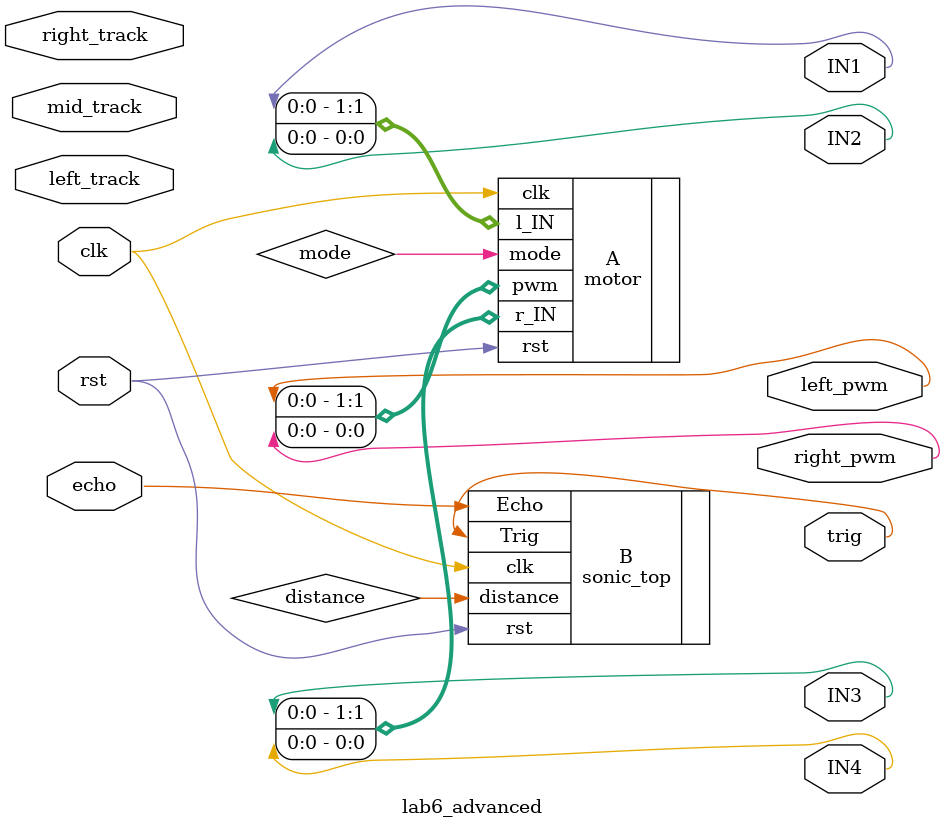
<source format=v>
module lab6_advanced(
    input clk,
    input rst,
    input echo,
    input left_track,
    input right_track,
    input mid_track,
    output trig,
    output IN1,
    output IN2,
    output IN3, 
    output IN4,
    output left_pwm,
    output right_pwm,
    // You may modify or add more input/ouput yourself.
);
    // We have connected the motor and sonic_top modules in the template file for you.
    // TODO: control the motors with the information you get from ultrasonic sensor and 3-way track sensor.
    motor A(
        .clk(clk),
        .rst(rst),
        .mode(mode),
        .pwm({left_pwm, right_pwm}),
        .l_IN({IN1, IN2}),
        .r_IN({IN3, IN4})
    );

    sonic_top B(
        .clk(clk), 
        .rst(rst), 
        .Echo(echo), 
        .Trig(trig),
        .distance(distance)
    );

endmodule
</source>
